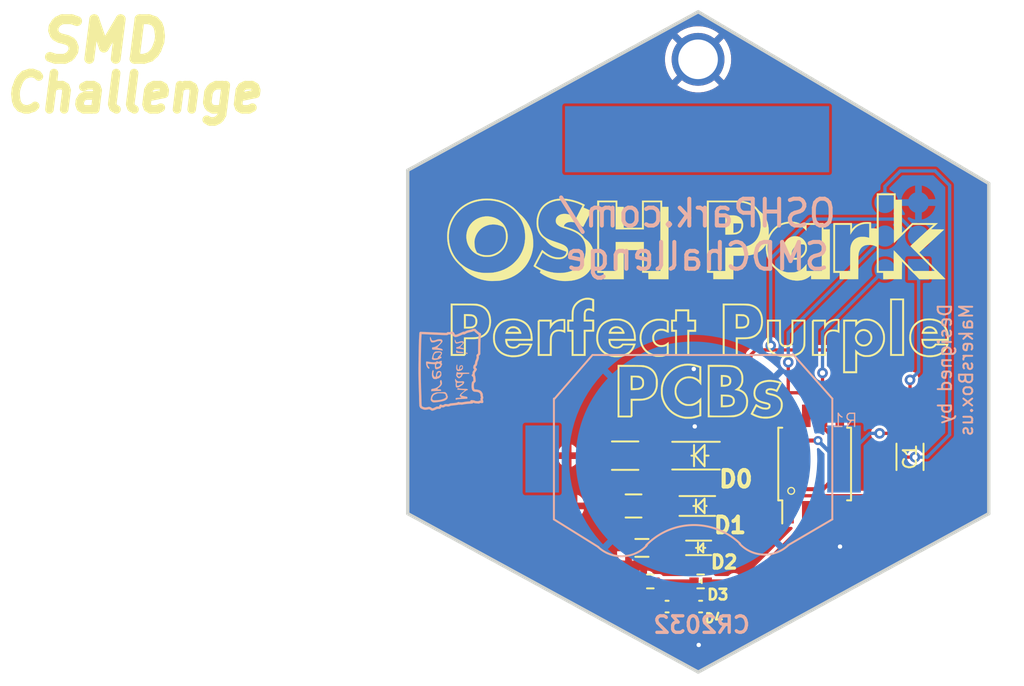
<source format=kicad_pcb>
(kicad_pcb (version 20201115) (generator pcbnew)
  (layers (0 "F.Cu" signal) (31 "B.Cu" signal) (34 "B.Paste" user) (35 "F.Paste" user) (36 "B.SilkS" user "B.Silkscreen") (37 "F.SilkS" user "F.Silkscreen") (38 "B.Mask" user) (39 "F.Mask" user) (44 "Edge.Cuts" user))
  (net 0 "")
  (net 1 "GND")
  (net 2 "+BATT")
  (net 3 "Net-(CON1-Pad1)")
  (net 4 "Net-(CON1-Pad3)")
  (net 5 "Net-(CON1-Pad4)")
  (net 6 "Net-(CON1-Pad5)")
  (net 7 "Net-(D1-Pad1)")
  (net 8 "Net-(D2-Pad1)")
  (net 9 "Net-(D3-Pad1)")
  (net 10 "Net-(D0-Pad1)")
  (net 11 "Net-(D3-Pad2)")
  (net 12 "Net-(D4-Pad2)")
  (net 13 "Net-(D4-Pad1)")
  (footprint "footprints:testPad" (layer "F.Cu") (at 200.4325 107.2475)
    (fp_text reference "PG2" hide)
    (fp_text value "CONN_01X01")
    (pad "1" smd oval (at 0 0) (size 0.508 0.762) (layers "F.Cu" "F.Paste" "F.Mask") (net 1 "GND"))
  )
  (footprint "footprints:R_1206" (layer "F.Cu") (at 203.0995 100.2625 180)
    (fp_text reference "R0" hide)
    (fp_text value "330")
    (pad "1" smd rect (at -1.778 0 180) (size 1.1 1.7) (layers "F.Cu" "F.Paste" "F.Mask") (net 10 "Net-(D0-Pad1)"))
    (pad "2" smd rect (at 1.651 0 180) (size 1.1 1.7) (layers "F.Cu" "F.Paste" "F.Mask") (net 1 "GND"))
  )
  (footprint "hex-smd-challenge:oshpark-v2-ppp" (layer "F.Cu") (at 212.94 106.03)
    (fp_text reference "Ref**" hide)
    (fp_text value "Val**" hide)
  )
  (footprint "footprints:testPad" (layer "F.Cu") (at 212.6245 100.2625)
    (fp_text reference "P0" hide)
    (fp_text value "CONN_01X01")
    (pad "1" smd oval (at 0 0) (size 0.508 0.762) (layers "F.Cu" "F.Paste" "F.Mask") (net 5 "Net-(CON1-Pad4)"))
  )
  (footprint "myFootPrints:MadeInOregonRev25" (layer "F.Cu") (at 189.895 93.75 -90)
    (fp_text reference "VAL" hide)
    (fp_text value "MadeInOregonRev25" hide)
  )
  (footprint "Pin_Headers:Pin_Header_Straight_1x01" (layer "F.Cu") (at 208.44 70.5)
    (fp_text reference "P1" hide)
    (fp_text value "CONN_01X01")
    (pad "" thru_hole circle (at 0.18 -0.25) (size 4 4) (drill 3) (layers *.Cu *.Mask) (net 1 "GND"))
  )
  (footprint "footprints:testPad" (layer "F.Cu") (at 204.687 111.6925)
    (fp_text reference "PG4" hide)
    (fp_text value "CONN_01X01")
    (pad "1" smd oval (at 0 0) (size 0.508 0.762) (layers "F.Cu" "F.Paste" "F.Mask") (net 1 "GND"))
  )
  (footprint "footprints:SOIJ-8_5.3x5.3mm_Pitch1.27mm" (layer "F.Cu") (at 217.4505 100.8975 90)
    (fp_text reference "IC1" hide)
    (fp_text value "IC1")
    (pad "1" smd rect (at -3.65 -1.905 90) (size 1.7 0.65) (layers "F.Cu" "F.Paste" "F.Mask") (net 6 "Net-(CON1-Pad5)"))
    (pad "2" smd rect (at -3.65 -0.635 90) (size 1.7 0.65) (layers "F.Cu" "F.Paste" "F.Mask") (net 11 "Net-(D3-Pad2)"))
    (pad "3" smd rect (at -3.65 0.635 90) (size 1.7 0.65) (layers "F.Cu" "F.Paste" "F.Mask") (net 12 "Net-(D4-Pad2)"))
    (pad "4" smd rect (at -3.65 1.905 90) (size 1.7 0.65) (layers "F.Cu" "F.Paste" "F.Mask") (net 1 "GND"))
    (pad "5" smd rect (at 3.65 1.905 90) (size 1.7 0.65) (layers "F.Cu" "F.Paste" "F.Mask") (net 5 "Net-(CON1-Pad4)"))
    (pad "6" smd rect (at 3.65 0.635 90) (size 1.7 0.65) (layers "F.Cu" "F.Paste" "F.Mask") (net 3 "Net-(CON1-Pad1)"))
    (pad "7" smd rect (at 3.65 -0.635 90) (size 1.7 0.65) (layers "F.Cu" "F.Paste" "F.Mask") (net 4 "Net-(CON1-Pad3)"))
    (pad "8" smd rect (at 3.65 -1.905 90) (size 1.7 0.65) (layers "F.Cu" "F.Paste" "F.Mask") (net 2 "+BATT"))
  )
  (footprint "footprints:R_0402" (layer "F.Cu") (at 205.0045 109.7875 180)
    (fp_text reference "R3" hide)
    (fp_text value "330")
    (pad "1" smd rect (at -0.4 0 180) (size 0.6 0.6) (layers "F.Cu" "F.Paste" "F.Mask") (net 9 "Net-(D3-Pad1)"))
    (pad "2" smd rect (at 0.5 0 180) (size 0.6 0.6) (layers "F.Cu" "F.Paste" "F.Mask") (net 1 "GND"))
  )
  (footprint "hex-smd-challenge:oshpark-v2-oshpark" (layer "F.Cu") (at 212.49 107.12)
    (fp_text reference "Ref**" hide)
    (fp_text value "Val**" hide)
  )
  (footprint "LED_0402" (layer "F.Cu") (at 208.8145 109.7875)
    (fp_text reference "D3" (at 1.3 1) (layer "F.SilkS") (effects (font (size 0.8 0.8) (thickness 0.2))))
    (fp_text value "LED")
    (pad "1" smd rect (at -0.5 0) (size 0.7 0.6) (layers "F.Cu" "F.Paste" "F.Mask") (net 9 "Net-(D3-Pad1)"))
    (pad "2" smd rect (at 0.5 0) (size 0.7 0.6) (layers "F.Cu" "F.Paste" "F.Mask") (net 11 "Net-(D3-Pad2)"))
  )
  (footprint "footprints:R_0805" (layer "F.Cu") (at 203.7345 104.0725 180)
    (fp_text reference "R1" hide)
    (fp_text value "330")
    (pad "1" smd rect (at -1.143 0 180) (size 0.9 1.3) (layers "F.Cu" "F.Paste" "F.Mask") (net 7 "Net-(D1-Pad1)"))
    (pad "2" smd rect (at 1.143 0 180) (size 0.9 1.3) (layers "F.Cu" "F.Paste" "F.Mask") (net 1 "GND"))
  )
  (footprint "footprints:testPad" (layer "F.Cu") (at 211.1005 111.6925)
    (fp_text reference "P4" hide)
    (fp_text value "CONN_01X01")
    (pad "1" smd oval (at 0 0) (size 0.508 0.762) (layers "F.Cu" "F.Paste" "F.Mask") (net 12 "Net-(D4-Pad2)"))
  )
  (footprint "footprints:testPad" (layer "F.Cu") (at 212.1165 104.0725)
    (fp_text reference "P1" hide)
    (fp_text value "CONN_01X01")
    (pad "1" smd oval (at 0 0) (size 0.508 0.762) (layers "F.Cu" "F.Paste" "F.Mask") (net 3 "Net-(CON1-Pad1)"))
  )
  (footprint "footprints:LED-0805" (layer "F.Cu") (at 208.8145 104.0725)
    (fp_text reference "D1" (at 2.2225 1.4605) (layer "F.SilkS") (effects (font (size 1.2 1.2) (thickness 0.3))))
    (fp_text value "LED")
    (pad "1" smd rect (at -1.27 0 180) (size 1.3 1.19888) (layers "F.Cu" "F.Paste" "F.Mask") (net 7 "Net-(D1-Pad1)"))
    (pad "2" smd rect (at 1.143 0 180) (size 1.3 1.19888) (layers "F.Cu" "F.Paste" "F.Mask") (net 3 "Net-(CON1-Pad1)"))
  )
  (footprint "footprints:testPad" (layer "F.Cu") (at 198.7815 100.2625)
    (fp_text reference "PG0" hide)
    (fp_text value "CONN_01X01")
    (pad "1" smd oval (at 0 0) (size 0.508 0.762) (layers "F.Cu" "F.Paste" "F.Mask") (net 1 "GND"))
  )
  (footprint "footprints:LED-0603" (layer "F.Cu") (at 208.8145 107.2475)
    (fp_text reference "D2" (at 1.778 1.0795) (layer "F.SilkS") (effects (font (thickness 0.25))))
    (fp_text value "LED")
    (pad "1" smd rect (at -0.889 0 180) (size 1 0.79756) (layers "F.Cu" "F.Paste" "F.Mask") (net 8 "Net-(D2-Pad1)"))
    (pad "2" smd rect (at 0.889 0 180) (size 1 0.79756) (layers "F.Cu" "F.Paste" "F.Mask") (net 4 "Net-(CON1-Pad3)"))
  )
  (footprint "footprints:testPad" (layer "F.Cu") (at 211.7355 107.2475)
    (fp_text reference "P2" hide)
    (fp_text value "CONN_01X01")
    (pad "1" smd oval (at 0 0) (size 0.508 0.762) (layers "F.Cu" "F.Paste" "F.Mask") (net 4 "Net-(CON1-Pad3)"))
  )
  (footprint "footprints:testPad" (layer "F.Cu") (at 199.226 104.0725)
    (fp_text reference "PG1" hide)
    (fp_text value "CONN_01X01")
    (pad "1" smd oval (at 0 0) (size 0.508 0.762) (layers "F.Cu" "F.Paste" "F.Mask") (net 1 "GND"))
  )
  (footprint "footprints:LED-1206" (layer "F.Cu") (at 208.8145 100.2625)
    (fp_text reference "D0" (at 2.667 1.778) (layer "F.SilkS") (effects (font (size 1.25 1.25) (thickness 0.3125))))
    (fp_text value "LED")
    (pad "1" smd rect (at -1.651 0 180) (size 1.7 1.80086) (layers "F.Cu" "F.Paste" "F.Mask") (net 10 "Net-(D0-Pad1)"))
    (pad "2" smd rect (at 1.524 0 180) (size 1.7 1.80086) (layers "F.Cu" "F.Paste" "F.Mask") (net 5 "Net-(CON1-Pad4)"))
  )
  (footprint "footprints:R_0603" (layer "F.Cu") (at 204.3695 107.2475 180)
    (fp_text reference "R2" hide)
    (fp_text value "330")
    (pad "1" smd rect (at -0.889 0 180) (size 0.7 0.9) (layers "F.Cu" "F.Paste" "F.Mask") (net 8 "Net-(D2-Pad1)"))
    (pad "2" smd rect (at 1.016 0 180) (size 0.7 0.9) (layers "F.Cu" "F.Paste" "F.Mask") (net 1 "GND"))
  )
  (footprint "footprints:R_0201" (layer "F.Cu") (at 206.2745 111.6925 180)
    (fp_text reference "R4" hide)
    (fp_text value "330")
    (pad "1" smd rect (at -0.4 0 180) (size 0.45 0.43) (layers "F.Cu" "F.Paste" "F.Mask") (net 13 "Net-(D4-Pad1)"))
    (pad "2" smd rect (at 0.4 0 180) (size 0.45 0.43) (layers "F.Cu" "F.Paste" "F.Mask") (net 1 "GND"))
  )
  (footprint "LED_0201" (layer "F.Cu") (at 208.8145 111.6925)
    (fp_text reference "D4" (at 1.016 0.889) (layer "F.SilkS") (effects (font (size 0.7 0.7) (thickness 0.175))))
    (fp_text value "LED")
    (pad "1" smd rect (at -0.3 0) (size 0.4 0.4) (layers "F.Cu" "F.Paste" "F.Mask") (net 13 "Net-(D4-Pad1)"))
    (pad "2" smd rect (at 0.3 0) (size 0.4 0.4) (layers "F.Cu" "F.Paste" "F.Mask") (net 12 "Net-(D4-Pad2)"))
  )
  (footprint "footprints:C_1206_HandSoldering" (layer "F.Cu") (at 224.67 100.353 90)
    (fp_text reference "C1" (at 0 0 270) (layer "F.SilkS"))
    (fp_text value "0.1 uF")
    (pad "1" smd rect (at -1.778 0 90) (size 1.6 1.6) (layers "F.Cu" "F.Paste" "F.Mask") (net 1 "GND"))
    (pad "2" smd rect (at 1.778 0 90) (size 1.6 1.6) (layers "F.Cu" "F.Paste" "F.Mask") (net 2 "+BATT"))
  )
  (footprint "footprints:testPad" (layer "F.Cu") (at 202.274 109.7875)
    (fp_text reference "PG3" hide)
    (fp_text value "CONN_01X01")
    (pad "1" smd oval (at 0 0) (size 0.508 0.762) (layers "F.Cu" "F.Paste" "F.Mask") (net 1 "GND"))
  )
  (footprint "footprints:testPad" (layer "F.Cu") (at 211.3545 109.7875)
    (fp_text reference "P3" hide)
    (fp_text value "CONN_01X01")
    (pad "1" smd oval (at 0 0) (size 0.508 0.762) (layers "F.Cu" "F.Paste" "F.Mask") (net 11 "Net-(D3-Pad2)"))
  )
  (footprint "footprints:AVR-ISP-6" (layer "B.Cu") (at 222.77 86.175)
    (fp_text reference "CON1" hide)
    (fp_text value "AVR-ISP-6" hide)
    (pad "1" smd oval (at 0 0) (size 1.6 1.6) (layers "B.Cu" "B.Paste" "B.Mask") (net 3 "Net-(CON1-Pad1)"))
    (pad "2" smd rect (at 2.54 0) (size 1.6 1.6) (layers "B.Cu" "B.Paste" "B.Mask") (net 2 "+BATT"))
    (pad "3" smd oval (at 0 -2.54) (size 1.6 1.6) (layers "B.Cu" "B.Paste" "B.Mask") (net 4 "Net-(CON1-Pad3)"))
    (pad "4" smd oval (at 2.54 -2.54) (size 1.6 1.6) (layers "B.Cu" "B.Paste" "B.Mask") (net 5 "Net-(CON1-Pad4)"))
    (pad "5" smd oval (at 0 -5.08) (size 1.6 1.6) (layers "B.Cu" "B.Paste" "B.Mask") (net 6 "Net-(CON1-Pad5)"))
    (pad "6" smd oval (at 2.54 -5.08) (size 1.6 1.6) (layers "B.Cu" "B.Paste" "B.Mask") (net 1 "GND"))
  )
  (footprint "footprints:BATT_CR2032_SMD" (layer "B.Cu") (at 208.245 100.515 180)
    (fp_text reference "BT1" hide)
    (fp_text value "Battery" hide)
    (pad "1" smd rect (at 11.43 0 180) (size 2.54 5.08) (layers "B.Cu" "B.Paste" "B.Mask"))
    (pad "1" smd rect (at -11.43 0 180) (size 2.54 5.08) (layers "B.Cu" "B.Paste" "B.Mask") (net 2 "+BATT"))
    (pad "2" smd circle (at 0 0 180) (size 17.78 17.78) (layers "B.Cu" "B.Paste" "B.Mask") (net 1 "GND"))
  )
  (footprint "Connect:1pin" (layer "B.Cu") (at 208.545 76.3)
    (fp_text reference "REF**" hide)
    (fp_text value "1pin")
    (pad "1" smd rect (at 0 0) (size 20 5) (layers "B.Cu" "B.Paste" "B.Mask"))
  )
  (gr_line (start 230.6338 104.652) (end 230.6338 79.652) (angle 90) (layer "Edge.Cuts") (width 0.254))
  (gr_line (start 186.6338 104.652) (end 208.6338 116.652) (angle 90) (layer "Edge.Cuts") (width 0.254))
  (gr_line (start 230.6338 79.652) (end 208.6338 66.652) (angle 90) (layer "Edge.Cuts") (width 0.254))
  (gr_line (start 186.6338 78.652) (end 186.6338 104.652) (angle 90) (layer "Edge.Cuts") (width 0.254))
  (gr_line (start 208.6338 116.652) (end 230.6338 104.652) (angle 90) (layer "Edge.Cuts") (width 0.254))
  (gr_line (start 208.6338 66.652) (end 186.6338 78.652) (angle 90) (layer "Edge.Cuts") (width 0.254))
  (gr_text "CR2032" (at 208.895 113.075) (layer "B.SilkS") (effects (font (size 1.25 1.25) (thickness 0.25)) (justify mirror)))
  (gr_text "OSHPark.com/\nSMDChallenge" (at 208.545 83.55) (layer "B.SilkS") (effects (font (size 2.032 1.905) (thickness 0.3048)) (justify mirror)))
  (gr_text "R1" (at 219.7365 97.5955) (layer "B.SilkS") (effects (font (size 1 1) (thickness 0.1)) (justify mirror)))
  (gr_text "Designed by\nMakersBox.us" (at 228.12 88.65 90) (layer "B.SilkS") (effects (font (size 1 1)) (justify left mirror)))
  (gr_text "SMD" (at 163.609 68.863) (layer "F.SilkS") (effects (font (size 3 3) (thickness 0.75) italic)))
  (gr_text "Challenge" (at 165.895 72.8) (layer "F.SilkS") (effects (font (size 2.75 2.6) (thickness 0.65) italic)))
  (segment (start 204.687 111.6925) (end 205.8745 111.6925) (width 0.3048) (layer "F.Cu") (net 1))
  (segment (start 199.353 104.0725) (end 202.5915 104.0725) (width 0.3048) (layer "F.Cu") (net 1))
  (segment (start 200.4325 107.2475) (end 203.3535 107.2475) (width 0.3048) (layer "F.Cu") (net 1))
  (segment (start 204.5045 109.7875) (end 204.5045 111.51) (width 0.3048) (layer "F.Cu") (net 1))
  (segment (start 202.274 109.7875) (end 204.5045 109.7875) (width 0.3048) (layer "F.Cu") (net 1))
  (segment (start 201.4485 98.1035) (end 201.42 98.075) (width 0.25) (layer "F.Cu") (net 1))
  (segment (start 219.3555 107.1355) (end 219.37 107.15) (width 0.3048) (layer "F.Cu") (net 1))
  (segment (start 204.5045 111.51) (end 204.687 111.6925) (width 0.3048) (layer "F.Cu") (net 1))
  (segment (start 201.4485 100.2625) (end 198.7815 100.2625) (width 0.3048) (layer "F.Cu") (net 1))
  (segment (start 219.3555 104.5475) (end 219.3555 107.1355) (width 0.3048) (layer "F.Cu") (net 1))
  (via (at 208.295 93.7) (size 0.6858) (drill 0.3302) (layers "F.Cu" "B.Cu") (net 1))
  (via (at 208.67 114.6) (size 0.6858) (drill 0.3302) (layers "F.Cu" "B.Cu") (net 1))
  (via (at 219.37 107.15) (size 0.6858) (drill 0.3302) (layers "F.Cu" "B.Cu") (net 1))
  (via (at 208.37 98.05) (size 0.6858) (drill 0.3302) (layers "F.Cu" "B.Cu") (net 1))
  (segment (start 215.5455 98.2305) (end 216.4345 99.1195) (width 0.3048) (layer "F.Cu") (net 2))
  (segment (start 224.67 98.575) (end 222.37 98.575) (width 0.25) (layer "F.Cu") (net 2))
  (segment (start 224.67 94.525) (end 224.67 98.575) (width 0.25) (layer "F.Cu") (net 2))
  (segment (start 216.4345 99.1195) (end 217.7045 99.1195) (width 0.3048) (layer "F.Cu") (net 2))
  (segment (start 215.5455 97.2475) (end 215.5455 98.2305) (width 0.3048) (layer "F.Cu") (net 2))
  (via (at 222.37 98.575) (size 0.8) (drill 0.4) (layers "F.Cu" "B.Cu") (net 2))
  (via (at 217.7045 99.1195) (size 0.6858) (drill 0.3302) (layers "F.Cu" "B.Cu") (net 2))
  (via (at 224.67 94.525) (size 0.8) (drill 0.4) (layers "F.Cu" "B.Cu") (net 2))
  (segment (start 222.37 98.575) (end 221.615 98.575) (width 0.25) (layer "B.Cu") (net 2))
  (segment (start 225.31 86.175) (end 225.32 86.185) (width 0.25) (layer "B.Cu") (net 2))
  (segment (start 225.32 93.9) (end 224.695 94.525) (width 0.25) (layer "B.Cu") (net 2))
  (segment (start 224.695 94.525) (end 224.67 94.525) (width 0.25) (layer "B.Cu") (net 2))
  (segment (start 217.7045 99.1195) (end 219.6095 101.0245) (width 0.3048) (layer "B.Cu") (net 2))
  (segment (start 225.32 86.185) (end 225.32 93.9) (width 0.25) (layer "B.Cu") (net 2))
  (segment (start 221.615 98.575) (end 219.675 100.515) (width 0.25) (layer "B.Cu") (net 2))
  (segment (start 212.1165 104.0725) (end 212.2435 104.0725) (width 0.3048) (layer "F.Cu") (net 3))
  (segment (start 218.0855 98.1035) (end 219.1015 99.1195) (width 0.3048) (layer "F.Cu") (net 3))
  (segment (start 213.3865 102.8025) (end 216.0535 102.8025) (width 0.3048) (layer "F.Cu") (net 3))
  (segment (start 213.3865 102.8025) (end 212.2435 104.0725) (width 0.3048) (layer "F.Cu") (net 3))
  (segment (start 218.0855 102.8025) (end 216.0535 102.8025) (width 0.3048) (layer "F.Cu") (net 3))
  (segment (start 218.045 94) (end 218.045 97.207) (width 0.25) (layer "F.Cu") (net 3))
  (segment (start 219.1015 101.7865) (end 218.0855 102.8025) (width 0.3048) (layer "F.Cu") (net 3))
  (segment (start 218.0855 97.2475) (end 218.0855 98.1035) (width 0.3048) (layer "F.Cu") (net 3))
  (segment (start 219.1015 99.1195) (end 219.1015 101.7865) (width 0.3048) (layer "F.Cu") (net 3))
  (segment (start 209.9575 104.0725) (end 212.1165 104.0725) (width 0.3048) (layer "F.Cu") (net 3))
  (segment (start 218.045 97.207) (end 218.0855 97.2475) (width 0.25) (layer "F.Cu") (net 3))
  (via (at 218.045 94) (size 0.8) (drill 0.4) (layers "F.Cu" "B.Cu") (net 3))
  (segment (start 218.045 90.9) (end 218.045 94) (width 0.25) (layer "B.Cu") (net 3))
  (segment (start 222.77 86.175) (end 218.045 90.9) (width 0.25) (layer "B.Cu") (net 3))
  (segment (start 214.0215 101.0245) (end 213.1325 101.9135) (width 0.3048) (layer "F.Cu") (net 4))
  (segment (start 208.8145 102.9295) (end 209.7035 102.0405) (width 0.3048) (layer "F.Cu") (net 4))
  (segment (start 215.45 95.5) (end 216.27 95.5) (width 0.25) (layer "F.Cu") (net 4))
  (segment (start 214.71 95.5) (end 215.45 95.5) (width 0.25) (layer "F.Cu") (net 4))
  (segment (start 216.8155 96.0455) (end 216.8155 97.2475) (width 0.25) (layer "F.Cu") (net 4))
  (segment (start 209.7035 107.2475) (end 209.7035 106.4855) (width 0.3048) (layer "F.Cu") (net 4))
  (segment (start 213.1325 101.9135) (end 209.8305 101.9135) (width 0.3048) (layer "F.Cu") (net 4))
  (segment (start 214.18 100.866) (end 214.18 96.03) (width 0.25) (layer "F.Cu") (net 4))
  (segment (start 215.45 95.5) (end 215.45 94.62) (width 0.25) (layer "F.Cu") (net 4))
  (segment (start 214.0215 101.0245) (end 214.18 100.866) (width 0.25) (layer "F.Cu") (net 4))
  (segment (start 209.7035 106.4855) (end 208.8145 105.5965) (width 0.3048) (layer "F.Cu") (net 4))
  (segment (start 209.8305 101.9135) (end 209.7035 102.0405) (width 0.3048) (layer "F.Cu") (net 4))
  (segment (start 215.45 94.62) (end 215.45 93.19) (width 0.25) (layer "F.Cu") (net 4))
  (segment (start 214.18 96.03) (end 214.71 95.5) (width 0.25) (layer "F.Cu") (net 4))
  (segment (start 208.8145 105.5965) (end 208.8145 102.9295) (width 0.3048) (layer "F.Cu") (net 4))
  (segment (start 216.27 95.5) (end 216.8155 96.0455) (width 0.25) (layer "F.Cu") (net 4))
  (segment (start 209.7035 107.2475) (end 211.7355 107.2475) (width 0.3048) (layer "F.Cu") (net 4))
  (via (at 215.45 93.19) (size 0.8) (drill 0.4) (layers "F.Cu" "B.Cu") (net 4))
  (segment (start 215.45 90.955) (end 215.45 93.19) (width 0.25) (layer "B.Cu") (net 4))
  (segment (start 222.77 83.635) (end 215.4525 90.9525) (width 0.25) (layer "B.Cu") (net 4))
  (segment (start 215.4525 90.9525) (end 215.45 90.955) (width 0.25) (layer "B.Cu") (net 4))
  (segment (start 212.98 92.26) (end 214.04 92.26) (width 0.25) (layer "F.Cu") (net 5))
  (segment (start 219.3555 93.2055) (end 218.41 92.26) (width 0.25) (layer "F.Cu") (net 5))
  (segment (start 219.3555 97.2475) (end 219.3555 94.0395) (width 0.3048) (layer "F.Cu") (net 5))
  (segment (start 212.6245 94.6745) (end 212.6245 92.6155) (width 0.25) (layer "F.Cu") (net 5))
  (segment (start 212.6245 92.6155) (end 212.98 92.26) (width 0.25) (layer "F.Cu") (net 5))
  (segment (start 210.3385 100.2625) (end 212.6245 100.2625) (width 0.3048) (layer "F.Cu") (net 5))
  (segment (start 214.12 91.93) (end 214.12 92.19) (width 0.25) (layer "F.Cu") (net 5))
  (segment (start 219.3555 94.0395) (end 219.3555 93.2055) (width 0.25) (layer "F.Cu") (net 5))
  (segment (start 214.19 92.26) (end 213.64 92.26) (width 0.25) (layer "F.Cu") (net 5))
  (segment (start 214.12 92.19) (end 214.19 92.26) (width 0.25) (layer "F.Cu") (net 5))
  (segment (start 218.41 92.26) (end 214.19 92.26) (width 0.25) (layer "F.Cu") (net 5))
  (segment (start 212.6245 100.2625) (end 212.6245 94.6745) (width 0.254) (layer "F.Cu") (net 5))
  (via (at 214.12 91.93) (size 0.8) (drill 0.4) (layers "F.Cu" "B.Cu") (net 5))
  (segment (start 225.31 83.635) (end 224.025 82.35) (width 0.25) (layer "B.Cu") (net 5))
  (segment (start 214.12 85.35) (end 214.12 91.97) (width 0.25) (layer "B.Cu") (net 5))
  (segment (start 224.025 82.35) (end 217.12 82.35) (width 0.25) (layer "B.Cu") (net 5))
  (segment (start 217.12 82.35) (end 214.12 85.35) (width 0.25) (layer "B.Cu") (net 5))
  (segment (start 214.12 91.97) (end 214.11 91.98) (width 0.25) (layer "B.Cu") (net 5))
  (segment (start 222.12 103.3) (end 215.695 103.3) (width 0.25) (layer "F.Cu") (net 6))
  (segment (start 222.545 101.425) (end 222.545 102.875) (width 0.25) (layer "F.Cu") (net 6))
  (segment (start 222.545 100.85) (end 223.02 100.375) (width 0.25) (layer "F.Cu") (net 6))
  (segment (start 222.545 102.875) (end 222.12 103.3) (width 0.25) (layer "F.Cu") (net 6))
  (segment (start 215.695 103.3) (end 215.5455 103.4495) (width 0.25) (layer "F.Cu") (net 6))
  (segment (start 215.5455 103.4495) (end 215.5455 104.5475) (width 0.25) (layer "F.Cu") (net 6))
  (segment (start 223.02 100.375) (end 225.045 100.375) (width 0.25) (layer "F.Cu") (net 6))
  (segment (start 222.545 101.425) (end 222.545 100.85) (width 0.25) (layer "F.Cu") (net 6))
  (via (at 225.045 100.375) (size 0.8) (drill 0.4) (layers "F.Cu" "B.Cu") (net 6))
  (segment (start 222.77 81.095) (end 222.77 79.875) (width 0.25) (layer "B.Cu") (net 6))
  (segment (start 225.97 100.375) (end 225.045 100.375) (width 0.25) (layer "B.Cu") (net 6))
  (segment (start 226.57 78.7) (end 227.67 79.8) (width 0.25) (layer "B.Cu") (net 6))
  (segment (start 223.945 78.7) (end 226.57 78.7) (width 0.25) (layer "B.Cu") (net 6))
  (segment (start 222.77 79.875) (end 223.945 78.7) (width 0.25) (layer "B.Cu") (net 6))
  (segment (start 227.67 98.675) (end 226.0575 100.2875) (width 0.25) (layer "B.Cu") (net 6))
  (segment (start 226.0575 100.2875) (end 225.97 100.375) (width 0.25) (layer "B.Cu") (net 6))
  (segment (start 227.67 79.8) (end 227.67 98.675) (width 0.25) (layer "B.Cu") (net 6))
  (segment (start 204.8775 104.0725) (end 207.5445 104.0725) (width 0.3048) (layer "F.Cu") (net 7))
  (segment (start 205.2585 107.2475) (end 207.9255 107.2475) (width 0.3048) (layer "F.Cu") (net 8))
  (segment (start 205.4045 109.7875) (end 208.2145 109.7875) (width 0.3048) (layer "F.Cu") (net 9))
  (segment (start 207.1635 100.2625) (end 204.8775 100.2625) (width 0.3048) (layer "F.Cu") (net 10))
  (segment (start 216.8155 105.3425) (end 216.8155 104.5475) (width 0.3048) (layer "F.Cu") (net 11))
  (segment (start 212.3705 109.7875) (end 216.8155 105.3425) (width 0.3048) (layer "F.Cu") (net 11))
  (segment (start 211.3545 109.7875) (end 212.3705 109.7875) (width 0.3048) (layer "F.Cu") (net 11))
  (segment (start 209.3145 109.7875) (end 211.3545 109.7875) (width 0.3048) (layer "F.Cu") (net 11))
  (segment (start 211.6085 111.6925) (end 218.0855 105.2155) (width 0.3048) (layer "F.Cu") (net 12))
  (segment (start 209.1145 111.6925) (end 209.7035 111.6925) (width 0.3048) (layer "F.Cu") (net 12))
  (segment (start 218.0855 105.2155) (end 218.0855 104.5475) (width 0.3048) (layer "F.Cu") (net 12))
  (segment (start 209.7035 111.6925) (end 211.1005 111.6925) (width 0.3048) (layer "F.Cu") (net 12))
  (segment (start 211.2275 111.6925) (end 211.6085 111.6925) (width 0.3048) (layer "F.Cu") (net 12))
  (segment (start 208.5145 111.6925) (end 207.9255 111.6925) (width 0.3048) (layer "F.Cu") (net 13))
  (segment (start 207.9255 111.6925) (end 206.6745 111.6925) (width 0.3048) (layer "F.Cu") (net 13))
  (zone (net 1) (net_name "GND") (layer "F.Cu") (connect_pads (clearance 0.254)) (min_thickness 0.2032) (fill yes (thermal_gap 0.508) (thermal_bridge_width 0.508))
    (polygon (pts (xy 233.323 117.5476) (xy 183.92 117.7) (xy 184.0724 65.757) (xy 233.323 65.9856)))
  )
  (zone (net 1) (net_name "GND") (layer "B.Cu") (connect_pads (clearance 0.2032)) (min_thickness 0.2) (fill yes (thermal_gap 0.508) (thermal_bridge_width 0.508))
    (polygon (pts (xy 233.264817 65.924315) (xy 183.861817 65.771915) (xy 184.014217 117.714915) (xy 233.264817 117.486315)))
  )
)
</source>
